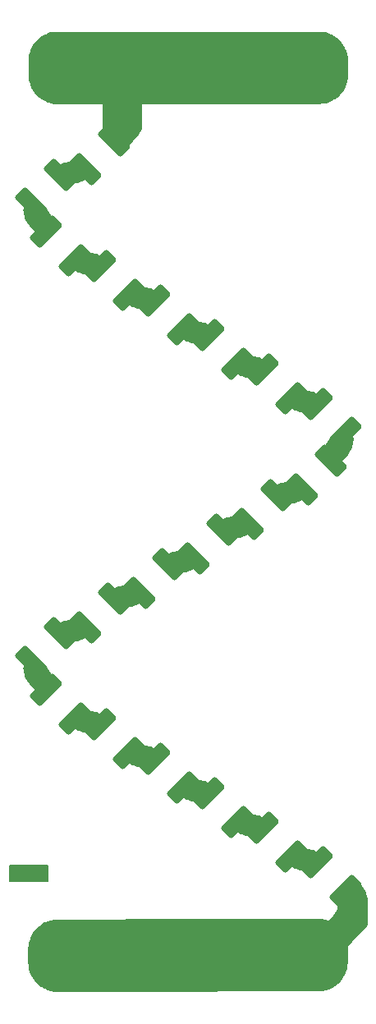
<source format=gbr>
%TF.GenerationSoftware,KiCad,Pcbnew,9.0.6*%
%TF.CreationDate,2025-12-26T03:05:52+01:00*%
%TF.ProjectId,secondary_mmc,7365636f-6e64-4617-9279-5f6d6d632e6b,rev?*%
%TF.SameCoordinates,Original*%
%TF.FileFunction,Copper,L1,Top*%
%TF.FilePolarity,Positive*%
%FSLAX46Y46*%
G04 Gerber Fmt 4.6, Leading zero omitted, Abs format (unit mm)*
G04 Created by KiCad (PCBNEW 9.0.6) date 2025-12-26 03:05:52*
%MOMM*%
%LPD*%
G01*
G04 APERTURE LIST*
G04 Aperture macros list*
%AMRoundRect*
0 Rectangle with rounded corners*
0 $1 Rounding radius*
0 $2 $3 $4 $5 $6 $7 $8 $9 X,Y pos of 4 corners*
0 Add a 4 corners polygon primitive as box body*
4,1,4,$2,$3,$4,$5,$6,$7,$8,$9,$2,$3,0*
0 Add four circle primitives for the rounded corners*
1,1,$1+$1,$2,$3*
1,1,$1+$1,$4,$5*
1,1,$1+$1,$6,$7*
1,1,$1+$1,$8,$9*
0 Add four rect primitives between the rounded corners*
20,1,$1+$1,$2,$3,$4,$5,0*
20,1,$1+$1,$4,$5,$6,$7,0*
20,1,$1+$1,$6,$7,$8,$9,0*
20,1,$1+$1,$8,$9,$2,$3,0*%
G04 Aperture macros list end*
%TA.AperFunction,NonConductor*%
%ADD10C,0.200000*%
%TD*%
%TA.AperFunction,SMDPad,CuDef*%
%ADD11RoundRect,0.250000X-1.405375X-0.645235X-0.645235X-1.405375X1.405375X0.645235X0.645235X1.405375X0*%
%TD*%
%TA.AperFunction,SMDPad,CuDef*%
%ADD12RoundRect,0.250000X-0.645235X1.405375X-1.405375X0.645235X0.645235X-1.405375X1.405375X-0.645235X0*%
%TD*%
%TA.AperFunction,Conductor*%
%ADD13C,1.000000*%
%TD*%
%TA.AperFunction,Conductor*%
%ADD14C,1.600000*%
%TD*%
%TA.AperFunction,Conductor*%
%ADD15C,1.500000*%
%TD*%
G04 APERTURE END LIST*
D10*
X12573000Y-98399600D02*
X16484600Y-98399600D01*
X16484600Y-100025200D01*
X12573000Y-100025200D01*
X12573000Y-98399600D01*
%TA.AperFunction,NonConductor*%
G36*
X12573000Y-98399600D02*
G01*
X16484600Y-98399600D01*
X16484600Y-100025200D01*
X12573000Y-100025200D01*
X12573000Y-98399600D01*
G37*
%TD.AperFunction*%
D11*
%TO.P,C18,1*%
%TO.N,Net-(C17-Pad2)*%
X33032559Y-90944559D03*
%TO.P,C18,2*%
%TO.N,Net-(C18-Pad2)*%
X36055441Y-93967441D03*
%TD*%
D12*
%TO.P,C13,1*%
%TO.N,Net-(C12-Pad2)*%
X23355441Y-70878559D03*
%TO.P,C13,2*%
%TO.N,Net-(C13-Pad2)*%
X20332559Y-73901441D03*
%TD*%
%TO.P,C1,1*%
%TO.N,CONN_1*%
X23355441Y-23634559D03*
%TO.P,C1,2*%
%TO.N,Net-(C1-Pad2)*%
X20332559Y-26657441D03*
%TD*%
D11*
%TO.P,C7,1*%
%TO.N,Net-(C6-Pad2)*%
X38620559Y-47256559D03*
%TO.P,C7,2*%
%TO.N,Net-(C7-Pad2)*%
X41643441Y-50279441D03*
%TD*%
D12*
%TO.P,C9,1*%
%TO.N,Net-(C8-Pad2)*%
X45707441Y-56654559D03*
%TO.P,C9,2*%
%TO.N,Net-(C10-Pad1)*%
X42684559Y-59677441D03*
%TD*%
D11*
%TO.P,C19,1*%
%TO.N,Net-(C18-Pad2)*%
X38608000Y-94488000D03*
%TO.P,C19,2*%
%TO.N,Net-(C19-Pad2)*%
X41630882Y-97510882D03*
%TD*%
%TO.P,C5,1*%
%TO.N,Net-(C4-Pad2)*%
X27444559Y-40144559D03*
%TO.P,C5,2*%
%TO.N,Net-(C5-Pad2)*%
X30467441Y-43167441D03*
%TD*%
%TO.P,C6,1*%
%TO.N,Net-(C5-Pad2)*%
X33032559Y-43700559D03*
%TO.P,C6,2*%
%TO.N,Net-(C6-Pad2)*%
X36055441Y-46723441D03*
%TD*%
%TO.P,C15,1*%
%TO.N,Net-(C14-Pad2)*%
X16268559Y-80276559D03*
%TO.P,C15,2*%
%TO.N,Net-(C15-Pad2)*%
X19291441Y-83299441D03*
%TD*%
D12*
%TO.P,C12,1*%
%TO.N,Net-(C11-Pad2)*%
X28943441Y-67322559D03*
%TO.P,C12,2*%
%TO.N,Net-(C12-Pad2)*%
X25920559Y-70345441D03*
%TD*%
%TO.P,C2,1*%
%TO.N,Net-(C1-Pad2)*%
X17767441Y-27190559D03*
%TO.P,C2,2*%
%TO.N,Net-(C2-Pad2)*%
X14744559Y-30213441D03*
%TD*%
D11*
%TO.P,C8,1*%
%TO.N,Net-(C7-Pad2)*%
X44208559Y-50812559D03*
%TO.P,C8,2*%
%TO.N,Net-(C8-Pad2)*%
X47231441Y-53835441D03*
%TD*%
D12*
%TO.P,C14,1*%
%TO.N,Net-(C13-Pad2)*%
X17767441Y-74434559D03*
%TO.P,C14,2*%
%TO.N,Net-(C14-Pad2)*%
X14744559Y-77457441D03*
%TD*%
D11*
%TO.P,C17,1*%
%TO.N,Net-(C16-Pad2)*%
X27444559Y-87388559D03*
%TO.P,C17,2*%
%TO.N,Net-(C17-Pad2)*%
X30467441Y-90411441D03*
%TD*%
%TO.P,C3,1*%
%TO.N,Net-(C2-Pad2)*%
X16268559Y-33032559D03*
%TO.P,C3,2*%
%TO.N,Net-(C3-Pad2)*%
X19291441Y-36055441D03*
%TD*%
D12*
%TO.P,C11,1*%
%TO.N,Net-(C10-Pad2)*%
X34531441Y-63766559D03*
%TO.P,C11,2*%
%TO.N,Net-(C11-Pad2)*%
X31508559Y-66789441D03*
%TD*%
D11*
%TO.P,C16,1*%
%TO.N,Net-(C15-Pad2)*%
X21856559Y-83832559D03*
%TO.P,C16,2*%
%TO.N,Net-(C16-Pad2)*%
X24879441Y-86855441D03*
%TD*%
D12*
%TO.P,C10,1*%
%TO.N,Net-(C10-Pad1)*%
X40119441Y-60210559D03*
%TO.P,C10,2*%
%TO.N,Net-(C10-Pad2)*%
X37096559Y-63233441D03*
%TD*%
D11*
%TO.P,C20,1*%
%TO.N,Net-(C19-Pad2)*%
X44208559Y-98056559D03*
%TO.P,C20,2*%
%TO.N,CONN_2*%
X47231441Y-101079441D03*
%TD*%
%TO.P,C4,1*%
%TO.N,Net-(C3-Pad2)*%
X21856559Y-36588559D03*
%TO.P,C4,2*%
%TO.N,Net-(C4-Pad2)*%
X24879441Y-39611441D03*
%TD*%
D13*
%TO.N,CONN_1*%
X24638000Y-19124394D02*
X24638000Y-18975605D01*
X24638000Y-19483605D02*
X24638000Y-21445093D01*
X25654000Y-21844000D02*
X25654000Y-18923000D01*
X23355441Y-19759044D02*
X23355441Y-23622000D01*
X23876000Y-19558000D02*
X23755279Y-19437279D01*
X25654000Y-21844000D02*
X25654000Y-22352000D01*
X23996720Y-22993279D02*
X23364321Y-23625678D01*
X25273000Y-22098000D02*
X25400000Y-22098000D01*
X24892000Y-21717000D02*
X24892000Y-19737605D01*
X24130000Y-20171210D02*
X24130000Y-22312304D01*
X24377720Y-23882279D02*
X25474394Y-22785605D01*
X25071605Y-18542000D02*
X25273000Y-18542000D01*
X23733242Y-23733242D02*
X23882279Y-23882279D01*
X23346560Y-23600560D02*
X22980720Y-23234720D01*
X24638000Y-19483605D02*
X24638000Y-19124394D01*
X23742720Y-23247279D02*
X23364321Y-23625678D01*
X22606000Y-22330065D02*
X22606000Y-18796000D01*
X24622592Y-22367407D02*
X23364321Y-23625678D01*
X23495000Y-23634559D02*
X23368000Y-23634559D01*
X24765000Y-19431000D02*
G75*
G02*
X24891998Y-19737605I-306600J-306600D01*
G01*
X24892000Y-21717000D02*
G75*
G03*
X25273000Y-22098000I381000J0D01*
G01*
X23364321Y-23625678D02*
G75*
G03*
X23368000Y-23634633I3679J-3722D01*
G01*
X24765000Y-18669000D02*
G75*
G03*
X24638002Y-18975605I306600J-306600D01*
G01*
X25273000Y-22098000D02*
G75*
G03*
X24622596Y-22367411I0J-919800D01*
G01*
X24638000Y-19124394D02*
G75*
G03*
X24764998Y-19431002I433600J-6D01*
G01*
X23755279Y-19437279D02*
G75*
G03*
X23488721Y-19437279I-133279J-133277D01*
G01*
X24765000Y-19431000D02*
G75*
G03*
X24638012Y-19483605I-52600J-52600D01*
G01*
X25654000Y-22352000D02*
G75*
G03*
X25400000Y-22098000I-254000J0D01*
G01*
X23355441Y-23622000D02*
X23355441Y-23622000D01*
X23364321Y-23625678D02*
X23364321Y-23625678D01*
X23876000Y-19558000D02*
G75*
G02*
X24129996Y-20171210I-613200J-613200D01*
G01*
X23733242Y-23733242D02*
G75*
G03*
X23495000Y-23634564I-238242J-238258D01*
G01*
X25654000Y-18923000D02*
G75*
G03*
X25273000Y-18542000I-381000J0D01*
G01*
X23364321Y-23625678D02*
X23364321Y-23625678D01*
X25071605Y-18542000D02*
G75*
G03*
X24764998Y-18668998I-5J-433600D01*
G01*
X23882279Y-23882279D02*
G75*
G03*
X24377720Y-23882279I247720J247721D01*
G01*
X23355441Y-23622000D02*
G75*
G03*
X23364269Y-23625627I5159J0D01*
G01*
X24622592Y-22367407D02*
G75*
G03*
X24892004Y-21717000I-650392J650407D01*
G01*
X23368000Y-23634559D02*
G75*
G02*
X23355441Y-23622000I0J12559D01*
G01*
X23346560Y-23600560D02*
G75*
G02*
X23355435Y-23622000I-21460J-21440D01*
G01*
X23488720Y-19437279D02*
G75*
G03*
X23355476Y-19759044I321780J-321721D01*
G01*
X22606000Y-22330065D02*
G75*
G03*
X22980698Y-23234742I1279400J-35D01*
G01*
X24130000Y-22312304D02*
G75*
G02*
X23742728Y-23247287I-1322300J4D01*
G01*
X24638000Y-21445093D02*
G75*
G02*
X23996731Y-22993290I-2189500J-7D01*
G01*
X25400000Y-22098000D02*
G75*
G03*
X25654000Y-21844000I0J254000D01*
G01*
X25654000Y-22352000D02*
G75*
G02*
X25474392Y-22785603I-613200J0D01*
G01*
D14*
%TO.N,Net-(C10-Pad2)*%
X34908412Y-63766559D02*
X36186469Y-63766559D01*
X35441530Y-63233441D02*
X36719587Y-63233441D01*
X36830000Y-63500000D02*
G75*
G03*
X36719587Y-63233471I-110400J110400D01*
G01*
X35441530Y-63233441D02*
G75*
G03*
X34797991Y-63499991I-30J-910059D01*
G01*
X34798000Y-63500000D02*
G75*
G03*
X34908412Y-63766529I110400J-110400D01*
G01*
X36830000Y-63500000D02*
G75*
G02*
X36186469Y-63766546I-643500J643500D01*
G01*
D15*
%TO.N,CONN_2*%
X45592999Y-105028999D02*
X46414337Y-104207662D01*
D13*
X48937000Y-102616500D02*
X48937000Y-101919316D01*
X48937000Y-104351500D02*
X48937000Y-104436500D01*
D14*
X47616700Y-104529300D02*
X46355000Y-105791000D01*
D13*
X48496900Y-103649100D02*
X47616700Y-104529300D01*
X48471500Y-100795500D02*
X48014880Y-100338880D01*
X48906947Y-104509052D02*
X46228000Y-107188000D01*
X48937000Y-103801500D02*
X48937000Y-104351500D01*
D14*
X48056800Y-102488416D02*
X48056800Y-103466804D01*
X47644120Y-101492120D02*
X47606161Y-101454161D01*
D13*
X47972001Y-100338880D02*
X47606161Y-100704720D01*
X48937000Y-102616500D02*
X48937000Y-103801500D01*
D15*
X47231441Y-102235000D02*
X47231441Y-101609375D01*
D13*
X48518039Y-103627960D02*
X48496900Y-103649100D01*
D14*
X45593000Y-105791000D02*
G75*
G03*
X46355000Y-105791000I381000J381001D01*
G01*
X48056800Y-103466804D02*
G75*
G03*
X48496892Y-103649092I257800J4D01*
G01*
X47616700Y-104529300D02*
G75*
G03*
X48056802Y-103466804I-1062500J1062500D01*
G01*
D13*
X48471500Y-100795500D02*
G75*
G02*
X48936993Y-101919316I-1123800J-1123800D01*
G01*
D15*
X47231441Y-101609375D02*
G75*
G02*
X47606177Y-100704736I1279359J-25D01*
G01*
D13*
X48014880Y-100338880D02*
G75*
G03*
X47993441Y-100329965I-21480J-21420D01*
G01*
D15*
X45592999Y-105028999D02*
G75*
G03*
X45592999Y-105791001I381001J-381001D01*
G01*
D13*
X48937000Y-104436500D02*
G75*
G02*
X48906947Y-104509052I-102600J0D01*
G01*
D14*
X47644120Y-101492120D02*
G75*
G02*
X48056781Y-102488416I-996320J-996280D01*
G01*
X47606161Y-101454161D02*
G75*
G03*
X47231343Y-101609375I-155261J-155239D01*
G01*
D13*
X48937000Y-103801500D02*
G75*
G03*
X48518065Y-103627986I-245400J0D01*
G01*
D15*
X47231441Y-102235000D02*
G75*
G02*
X46414332Y-104207657I-2789741J0D01*
G01*
D13*
X48518039Y-103627960D02*
G75*
G03*
X48937006Y-102616500I-1011439J1011460D01*
G01*
X47993441Y-100330000D02*
G75*
G03*
X47971985Y-100338864I-41J-30300D01*
G01*
X47606161Y-100704720D02*
G75*
G03*
X47606201Y-101454120I374739J-374680D01*
G01*
D14*
%TO.N,Net-(C10-Pad1)*%
X41029530Y-59677441D02*
X42307587Y-59677441D01*
X40496412Y-60210559D02*
X41774469Y-60210559D01*
X40386000Y-59944000D02*
G75*
G03*
X40496412Y-60210529I110400J-110400D01*
G01*
X42418000Y-59944000D02*
G75*
G03*
X42307587Y-59677471I-110400J110400D01*
G01*
X41029530Y-59677441D02*
G75*
G03*
X40385991Y-59943991I-30J-910059D01*
G01*
X42418000Y-59944000D02*
G75*
G02*
X41774469Y-60210546I-643500J643500D01*
G01*
%TO.N,Net-(C1-Pad2)*%
X19422469Y-27190559D02*
X18144412Y-27190559D01*
X18677530Y-26657441D02*
X19955587Y-26657441D01*
X20066000Y-26924000D02*
G75*
G03*
X19955587Y-26657471I-110400J110400D01*
G01*
X18034000Y-26924000D02*
G75*
G03*
X18144412Y-27190529I110400J-110400D01*
G01*
X18677530Y-26657441D02*
G75*
G03*
X18033991Y-26923991I-30J-910059D01*
G01*
X20066000Y-26924000D02*
G75*
G02*
X19422469Y-27190546I-643500J643500D01*
G01*
%TO.N,Net-(C2-Pad2)*%
X15202452Y-30671334D02*
X15810665Y-31279547D01*
X15202452Y-31966452D02*
X15810665Y-32574665D01*
X15810665Y-31279547D02*
G75*
G02*
X16268555Y-32385000I-1105465J-1105453D01*
G01*
X15202452Y-30671334D02*
G75*
G03*
X14744582Y-30861000I-189652J-189666D01*
G01*
X15810665Y-32574665D02*
G75*
G03*
X16268506Y-32385000I189635J189665D01*
G01*
X14744559Y-30861000D02*
G75*
G03*
X15202453Y-31966451I1563341J0D01*
G01*
%TO.N,Net-(C3-Pad2)*%
X19668412Y-36055441D02*
X20946469Y-36055441D01*
X20201530Y-36588559D02*
X21479587Y-36588559D01*
X19558000Y-36322000D02*
G75*
G03*
X20201530Y-36588546I643500J643500D01*
G01*
X21590000Y-36322000D02*
G75*
G03*
X20946469Y-36055454I-643500J-643500D01*
G01*
X19668412Y-36055441D02*
G75*
G03*
X19557979Y-36322021I-12J-156159D01*
G01*
X21590000Y-36322000D02*
G75*
G02*
X21479587Y-36588529I-110400J-110400D01*
G01*
%TO.N,Net-(C4-Pad2)*%
X25256412Y-39611441D02*
X26534469Y-39611441D01*
X27067587Y-40144559D02*
X25789530Y-40144559D01*
X27178000Y-39878000D02*
G75*
G03*
X26534469Y-39611454I-643500J-643500D01*
G01*
X25256412Y-39611441D02*
G75*
G03*
X25145979Y-39878021I-12J-156159D01*
G01*
X27178000Y-39878000D02*
G75*
G02*
X27067587Y-40144529I-110400J-110400D01*
G01*
X25146000Y-39878000D02*
G75*
G03*
X25789530Y-40144546I643500J643500D01*
G01*
%TO.N,Net-(C5-Pad2)*%
X30844412Y-43167441D02*
X32122469Y-43167441D01*
X31377530Y-43700559D02*
X32655587Y-43700559D01*
X30844412Y-43167441D02*
G75*
G03*
X30733979Y-43434021I-12J-156159D01*
G01*
X32766000Y-43434000D02*
G75*
G02*
X32655587Y-43700529I-110400J-110400D01*
G01*
X32766000Y-43434000D02*
G75*
G03*
X32122469Y-43167454I-643500J-643500D01*
G01*
X30734000Y-43434000D02*
G75*
G03*
X31377530Y-43700546I643500J643500D01*
G01*
%TO.N,Net-(C6-Pad2)*%
X37710469Y-46723441D02*
X36432412Y-46723441D01*
X36965530Y-47256559D02*
X38243587Y-47256559D01*
X38354000Y-46990000D02*
G75*
G03*
X37710469Y-46723454I-643500J-643500D01*
G01*
X36322000Y-46990000D02*
G75*
G03*
X36965530Y-47256546I643500J643500D01*
G01*
X38354000Y-46990000D02*
G75*
G02*
X38243587Y-47256529I-110400J-110400D01*
G01*
X36432412Y-46723441D02*
G75*
G03*
X36321979Y-46990021I-12J-156159D01*
G01*
%TO.N,Net-(C7-Pad2)*%
X42020412Y-50279441D02*
X43298469Y-50279441D01*
X42553530Y-50812559D02*
X43831587Y-50812559D01*
X41910000Y-50546000D02*
G75*
G03*
X42553530Y-50812546I643500J643500D01*
G01*
X42020412Y-50279441D02*
G75*
G03*
X41909979Y-50546021I-12J-156159D01*
G01*
X43942000Y-50546000D02*
G75*
G03*
X43298469Y-50279454I-643500J-643500D01*
G01*
X43942000Y-50546000D02*
G75*
G02*
X43831587Y-50812529I-110400J-110400D01*
G01*
%TO.N,Net-(C8-Pad2)*%
X46165334Y-56196665D02*
X46773547Y-55588452D01*
X46165334Y-54901547D02*
X46773547Y-54293334D01*
X46165334Y-54901547D02*
G75*
G03*
X45707444Y-56007000I1105466J-1105453D01*
G01*
X45707441Y-56007000D02*
G75*
G03*
X46165372Y-56196703I268259J0D01*
G01*
X47231441Y-54483000D02*
G75*
G03*
X46773531Y-54293318I-268241J0D01*
G01*
X47231441Y-54483000D02*
G75*
G02*
X46773547Y-55588452I-1563341J0D01*
G01*
%TO.N,Net-(C11-Pad2)*%
X30598469Y-67322559D02*
X29320412Y-67322559D01*
X29853530Y-66789441D02*
X31131587Y-66789441D01*
X31242000Y-67056000D02*
G75*
G02*
X30598469Y-67322546I-643500J643500D01*
G01*
X29210000Y-67056000D02*
G75*
G03*
X29320412Y-67322529I110400J-110400D01*
G01*
X31242000Y-67056000D02*
G75*
G03*
X31131587Y-66789471I-110400J110400D01*
G01*
X29853530Y-66789441D02*
G75*
G03*
X29209991Y-67055991I-30J-910059D01*
G01*
%TO.N,Net-(C12-Pad2)*%
X23732412Y-70878559D02*
X25010469Y-70878559D01*
X24265530Y-70345441D02*
X25543587Y-70345441D01*
X25654000Y-70612000D02*
G75*
G03*
X25543587Y-70345471I-110400J110400D01*
G01*
X23622000Y-70612000D02*
G75*
G03*
X23732412Y-70878529I110400J-110400D01*
G01*
X24265530Y-70345441D02*
G75*
G03*
X23621991Y-70611991I-30J-910059D01*
G01*
X25654000Y-70612000D02*
G75*
G02*
X25010469Y-70878546I-643500J643500D01*
G01*
%TO.N,Net-(C13-Pad2)*%
X18677530Y-73901441D02*
X19955587Y-73901441D01*
X18144412Y-74434559D02*
X19422469Y-74434559D01*
X18677530Y-73901441D02*
G75*
G03*
X18033991Y-74167991I-30J-910059D01*
G01*
X18034000Y-74168000D02*
G75*
G03*
X18144412Y-74434529I110400J-110400D01*
G01*
X20066000Y-74168000D02*
G75*
G03*
X19955587Y-73901471I-110400J110400D01*
G01*
X20066000Y-74168000D02*
G75*
G02*
X19422469Y-74434546I-643500J643500D01*
G01*
%TO.N,Net-(C14-Pad2)*%
X15810665Y-78523547D02*
X15202452Y-77915334D01*
X15202452Y-79210452D02*
X15810665Y-79818665D01*
X15202452Y-77915334D02*
G75*
G03*
X14744582Y-78105000I-189652J-189666D01*
G01*
X14744559Y-78105000D02*
G75*
G03*
X15202453Y-79210451I1563341J0D01*
G01*
X15810665Y-78523547D02*
G75*
G02*
X16268555Y-79629000I-1105465J-1105453D01*
G01*
X15810665Y-79818665D02*
G75*
G03*
X16268506Y-79629000I189635J189665D01*
G01*
%TO.N,Net-(C15-Pad2)*%
X20201530Y-83832559D02*
X21479587Y-83832559D01*
X19668412Y-83299441D02*
X20946469Y-83299441D01*
X21590000Y-83566000D02*
G75*
G03*
X20946469Y-83299454I-643500J-643500D01*
G01*
X21590000Y-83566000D02*
G75*
G02*
X21479587Y-83832529I-110400J-110400D01*
G01*
X19558000Y-83566000D02*
G75*
G03*
X20201530Y-83832546I643500J643500D01*
G01*
X19668412Y-83299441D02*
G75*
G03*
X19557979Y-83566021I-12J-156159D01*
G01*
%TO.N,Net-(C16-Pad2)*%
X25256412Y-86855441D02*
X26534469Y-86855441D01*
X25789530Y-87388559D02*
X27067587Y-87388559D01*
X25146000Y-87122000D02*
G75*
G03*
X25789530Y-87388546I643500J643500D01*
G01*
X27178000Y-87122000D02*
G75*
G02*
X27067587Y-87388529I-110400J-110400D01*
G01*
X27178000Y-87122000D02*
G75*
G03*
X26534469Y-86855454I-643500J-643500D01*
G01*
X25256412Y-86855441D02*
G75*
G03*
X25145979Y-87122021I-12J-156159D01*
G01*
%TO.N,Net-(C17-Pad2)*%
X30844412Y-90411441D02*
X32122469Y-90411441D01*
X32655587Y-90944559D02*
X31377530Y-90944559D01*
X32766000Y-90678000D02*
G75*
G02*
X32655587Y-90944529I-110400J-110400D01*
G01*
X30844412Y-90411441D02*
G75*
G03*
X30733979Y-90678021I-12J-156159D01*
G01*
X32766000Y-90678000D02*
G75*
G03*
X32122469Y-90411454I-643500J-643500D01*
G01*
X30734000Y-90678000D02*
G75*
G03*
X31377530Y-90944546I643500J643500D01*
G01*
%TO.N,Net-(C18-Pad2)*%
X36423531Y-93967441D02*
X37719350Y-93967441D01*
X36944090Y-94488000D02*
X38239909Y-94488000D01*
X36423531Y-93967441D02*
G75*
G03*
X36315715Y-94227725I-31J-152459D01*
G01*
X38347720Y-94227720D02*
G75*
G03*
X37719350Y-93967479I-628320J-628380D01*
G01*
X38347720Y-94227720D02*
G75*
G02*
X38239909Y-94487952I-107820J-107780D01*
G01*
X36315720Y-94227720D02*
G75*
G03*
X36944090Y-94487992I628380J628420D01*
G01*
%TO.N,Net-(C19-Pad2)*%
X42562410Y-98056559D02*
X43822707Y-98056559D01*
X42016733Y-97510882D02*
X43277030Y-97510882D01*
X43935720Y-97783720D02*
G75*
G03*
X43277030Y-97510858I-658720J-658680D01*
G01*
X41903720Y-97783720D02*
G75*
G03*
X42562410Y-98056542I658680J658720D01*
G01*
X42016733Y-97510882D02*
G75*
G03*
X41903712Y-97783728I-33J-159818D01*
G01*
X43935720Y-97783720D02*
G75*
G02*
X43822707Y-98056506I-113020J-112980D01*
G01*
%TD*%
%TA.AperFunction,Conductor*%
%TO.N,CONN_1*%
G36*
X45114190Y-12515263D02*
G01*
X45420168Y-12603017D01*
X45433238Y-12607569D01*
X45730122Y-12729959D01*
X45742609Y-12735943D01*
X46023999Y-12890671D01*
X46035740Y-12898010D01*
X46298112Y-13083135D01*
X46308962Y-13091736D01*
X46549070Y-13304967D01*
X46558894Y-13314725D01*
X46773733Y-13553396D01*
X46782404Y-13564184D01*
X46969299Y-13825328D01*
X46976703Y-13836999D01*
X47133318Y-14117349D01*
X47139385Y-14129794D01*
X47263766Y-14425852D01*
X47268408Y-14438897D01*
X47359007Y-14746976D01*
X47362165Y-14760457D01*
X47417849Y-15076705D01*
X47419485Y-15090454D01*
X47439782Y-15414406D01*
X47440022Y-15421328D01*
X47449722Y-16866704D01*
X47449573Y-16873684D01*
X47433350Y-17200508D01*
X47431874Y-17214388D01*
X47379591Y-17533845D01*
X47376565Y-17547471D01*
X47288707Y-17859042D01*
X47284168Y-17872241D01*
X47161859Y-18171941D01*
X47155867Y-18184547D01*
X47000640Y-18468624D01*
X46993268Y-18480477D01*
X46807100Y-18745306D01*
X46798443Y-18756255D01*
X46583698Y-18998476D01*
X46573865Y-19008382D01*
X46333254Y-19224938D01*
X46322370Y-19233677D01*
X46058945Y-19421821D01*
X46047148Y-19429281D01*
X45764258Y-19586622D01*
X45751698Y-19592710D01*
X45452898Y-19717269D01*
X45439732Y-19721906D01*
X45128839Y-19812090D01*
X45115237Y-19815218D01*
X44796169Y-19869894D01*
X44782300Y-19871473D01*
X44455634Y-19890141D01*
X44448655Y-19890343D01*
X31992679Y-19900009D01*
X17483806Y-19911267D01*
X17476850Y-19911077D01*
X17151209Y-19893034D01*
X17137383Y-19891486D01*
X16819257Y-19837661D01*
X16805695Y-19834576D01*
X16681762Y-19798957D01*
X16495585Y-19745449D01*
X16482451Y-19740862D01*
X16184281Y-19617559D01*
X16171743Y-19611529D01*
X15889271Y-19455607D01*
X15877487Y-19448211D01*
X15614257Y-19261625D01*
X15603376Y-19252956D01*
X15362696Y-19038051D01*
X15352855Y-19028217D01*
X15335116Y-19008382D01*
X15137774Y-18787716D01*
X15129096Y-18776842D01*
X14942302Y-18513750D01*
X14934897Y-18501972D01*
X14778753Y-18219618D01*
X14772714Y-18207085D01*
X14649178Y-17909005D01*
X14644587Y-17895891D01*
X14555219Y-17585850D01*
X14552122Y-17572287D01*
X14498050Y-17254203D01*
X14496491Y-17240378D01*
X14478195Y-16914741D01*
X14478000Y-16907785D01*
X14478000Y-15441480D01*
X14478195Y-15434528D01*
X14479325Y-15414406D01*
X14496473Y-15109048D01*
X14498027Y-15095253D01*
X14552049Y-14777299D01*
X14555143Y-14763747D01*
X14644423Y-14453851D01*
X14649016Y-14440727D01*
X14672728Y-14383479D01*
X14772430Y-14142775D01*
X14778452Y-14130269D01*
X14934467Y-13847983D01*
X14941854Y-13836228D01*
X15128482Y-13573201D01*
X15137128Y-13562358D01*
X15352049Y-13321861D01*
X15361861Y-13312049D01*
X15602358Y-13097128D01*
X15613201Y-13088482D01*
X15876228Y-12901854D01*
X15887983Y-12894467D01*
X16170269Y-12738452D01*
X16182775Y-12732430D01*
X16480727Y-12609016D01*
X16493847Y-12604424D01*
X16803186Y-12515305D01*
X16837514Y-12510459D01*
X45080006Y-12510459D01*
X45114190Y-12515263D01*
G37*
%TD.AperFunction*%
%TD*%
%TA.AperFunction,Conductor*%
%TO.N,CONN_2*%
G36*
X44438442Y-103908535D02*
G01*
X44767400Y-103926187D01*
X44781359Y-103927733D01*
X45102694Y-103981894D01*
X45116375Y-103985005D01*
X45429535Y-104075176D01*
X45442788Y-104079820D01*
X45743718Y-104204832D01*
X45756362Y-104210946D01*
X46041230Y-104369205D01*
X46053102Y-104376711D01*
X46151754Y-104447210D01*
X46318225Y-104566175D01*
X46329176Y-104574979D01*
X46571165Y-104793221D01*
X46581049Y-104803207D01*
X46796796Y-105047426D01*
X46805485Y-105058463D01*
X46992222Y-105325527D01*
X46999602Y-105337470D01*
X47154923Y-105623936D01*
X47160910Y-105636648D01*
X47282825Y-105938847D01*
X47287335Y-105952154D01*
X47374282Y-106266211D01*
X47377254Y-106279927D01*
X47428113Y-106601808D01*
X47429516Y-106615780D01*
X47443787Y-106944870D01*
X47443892Y-106951897D01*
X47424638Y-108394401D01*
X47424318Y-108401806D01*
X47398938Y-108748243D01*
X47396974Y-108762930D01*
X47331163Y-109100212D01*
X47327461Y-109114560D01*
X47221891Y-109441578D01*
X47216505Y-109455381D01*
X47072678Y-109767481D01*
X47065683Y-109780544D01*
X46885660Y-110073251D01*
X46877158Y-110085386D01*
X46663497Y-110354540D01*
X46653607Y-110365574D01*
X46409375Y-110607312D01*
X46398240Y-110617088D01*
X46126912Y-110827972D01*
X46114690Y-110836350D01*
X45820146Y-111013362D01*
X45807013Y-111020222D01*
X45493450Y-111160840D01*
X45479591Y-111166084D01*
X45151509Y-111268291D01*
X45137124Y-111271845D01*
X44799183Y-111334190D01*
X44784477Y-111336003D01*
X44437801Y-111357826D01*
X44430393Y-111358070D01*
X23440856Y-111422795D01*
X17470612Y-111441205D01*
X17463616Y-111441029D01*
X17136080Y-111423533D01*
X17122172Y-111422000D01*
X16802142Y-111368295D01*
X16788495Y-111365204D01*
X16476547Y-111275784D01*
X16463336Y-111271176D01*
X16163461Y-111147187D01*
X16150853Y-111141120D01*
X16150190Y-111140753D01*
X15866847Y-110984132D01*
X15855006Y-110976685D01*
X15652164Y-110832527D01*
X15590486Y-110788693D01*
X15579562Y-110779960D01*
X15337917Y-110563375D01*
X15328041Y-110553464D01*
X15112334Y-110311034D01*
X15103637Y-110300072D01*
X14916615Y-110034883D01*
X14909209Y-110023012D01*
X14753250Y-109738437D01*
X14747229Y-109725807D01*
X14624330Y-109425487D01*
X14619769Y-109412259D01*
X14531482Y-109099990D01*
X14528441Y-109086333D01*
X14475894Y-108766100D01*
X14474414Y-108752208D01*
X14458104Y-108424564D01*
X14457955Y-108417605D01*
X14467638Y-106974692D01*
X14467875Y-106967842D01*
X14488099Y-106644490D01*
X14489729Y-106630770D01*
X14545201Y-106315118D01*
X14548346Y-106301671D01*
X14558753Y-106266211D01*
X14638600Y-105994138D01*
X14643214Y-105981143D01*
X14767137Y-105685537D01*
X14773165Y-105673146D01*
X14929200Y-105393183D01*
X14936581Y-105381519D01*
X14972440Y-105331286D01*
X15122802Y-105120652D01*
X15131435Y-105109884D01*
X15345513Y-104871372D01*
X15355287Y-104861633D01*
X15594590Y-104648409D01*
X15605388Y-104639819D01*
X15696920Y-104574979D01*
X15866919Y-104454553D01*
X15878606Y-104447217D01*
X16159129Y-104292203D01*
X16171571Y-104286206D01*
X16467599Y-104163368D01*
X16480613Y-104158800D01*
X16788478Y-104069662D01*
X16801922Y-104066569D01*
X17117809Y-104012238D01*
X17131510Y-104010662D01*
X17454918Y-103991614D01*
X17461801Y-103991401D01*
X31381198Y-103948542D01*
X44431476Y-103908359D01*
X44438442Y-103908535D01*
G37*
%TD.AperFunction*%
%TD*%
M02*

</source>
